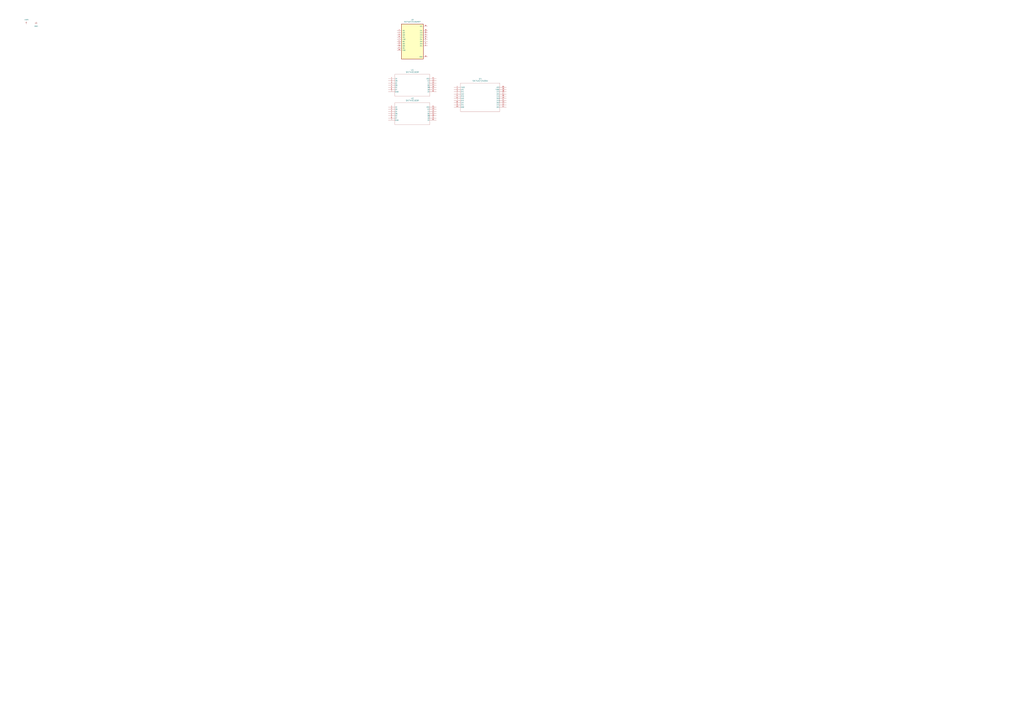
<source format=kicad_sch>
(kicad_sch (version 20250114) (generator "eeschema") (generator_version "9.0")
  (paper "A0")
  (title_block (title "8bit_reg wiring") (date "2025-09-10") (rev "v1") (comment 4 "Auther: Grace Zongo"))
  (lib_symbols
    (symbol "SN74ACT240DW:SN74ACT240DW" (pin_names (offset 0.254))
      (property "Reference" "U" (at 30.48 10.16 0))
      (property "Value" "SN74ACT240DW" (at 30.48 7.62 0))
      (symbol "SN74ACT240DW_0_1"
        (polyline (pts (xy 7.62 5.08) (xy 7.62 -27.94)) (stroke (width 0.127)))
        (polyline (pts (xy 7.62 -27.94) (xy 53.34 -27.94)) (stroke (width 0.127)))
        (polyline (pts (xy 53.34 5.08) (xy 7.62 5.08)) (stroke (width 0.127)))
        (polyline (pts (xy 53.34 -27.94) (xy 53.34 5.08)) (stroke (width 0.127)))
        (pin input line (at 0 0 0) (length 7.62) (name "*1OE") (number "1"))
        (pin input line (at 0 -2.54 0) (length 7.62) (name "1A1") (number "2"))
        (pin output line (at 0 -5.08 0) (length 7.62) (name "2Y4") (number "3"))
        (pin input line (at 0 -7.62 0) (length 7.62) (name "1A2") (number "4"))
        (pin output line (at 0 -10.16 0) (length 7.62) (name "2Y3") (number "5"))
        (pin input line (at 0 -12.7 0) (length 7.62) (name "1A3") (number "6"))
        (pin output line (at 0 -15.24 0) (length 7.62) (name "2Y2") (number "7"))
        (pin input line (at 0 -17.78 0) (length 7.62) (name "1A4") (number "8"))
        (pin output line (at 0 -20.32 0) (length 7.62) (name "2Y1") (number "9"))
        (pin power_in line (at 0 -22.86 0) (length 7.62) (name "GND") (number "10"))
        (pin power_in line (at 60.96 0 180) (length 7.62) (name "VCC") (number "20"))
        (pin input line (at 60.96 -2.54 180) (length 7.62) (name "*2OE") (number "19"))
        (pin output line (at 60.96 -5.08 180) (length 7.62) (name "1Y1") (number "18"))
        (pin input line (at 60.96 -7.62 180) (length 7.62) (name "2A4") (number "17"))
        (pin output line (at 60.96 -10.16 180) (length 7.62) (name "1Y2") (number "16"))
        (pin input line (at 60.96 -12.7 180) (length 7.62) (name "2A3") (number "15"))
        (pin output line (at 60.96 -15.24 180) (length 7.62) (name "1Y3") (number "14"))
        (pin input line (at 60.96 -17.78 180) (length 7.62) (name "2A2") (number "13"))
        (pin output line (at 60.96 -20.32 180) (length 7.62) (name "1Y4") (number "12"))
        (pin input line (at 60.96 -22.86 180) (length 7.62) (name "2A1") (number "11"))
      )
    )
    (symbol "SN74ACT244IDWREP:SN74ACT244IDWREP" (pin_names (offset 1.016))
      (property "Reference" "U" (at -12.7 21.32 0))
      (property "Value" "SN74ACT244IDWREP" (at -12.7 -24.32 0))
      (symbol "SN74ACT244IDWREP_0_0"
        (rectangle (start -12.7 -20.32) (end 12.7 20.32) (stroke (width 0.41)) (fill (type background)))
        (pin input line (at -17.78 12.7 0) (length 5.08) (name "1A1") (number "2"))
        (pin input line (at -17.78 10.16 0) (length 5.08) (name "1A2") (number "4"))
        (pin input line (at -17.78 7.62 0) (length 5.08) (name "1A3") (number "6"))
        (pin input line (at -17.78 5.08 0) (length 5.08) (name "1A4") (number "8"))
        (pin input line (at -17.78 2.54 0) (length 5.08) (name "1~OE") (number "1"))
        (pin input line (at -17.78 0 0) (length 5.08) (name "2A1") (number "11"))
        (pin input line (at -17.78 -2.54 0) (length 5.08) (name "2A2") (number "13"))
        (pin input line (at -17.78 -5.08 0) (length 5.08) (name "2A3") (number "15"))
        (pin input line (at -17.78 -7.62 0) (length 5.08) (name "2A4") (number "17"))
        (pin input line (at -17.78 -10.16 0) (length 5.08) (name "2~OE") (number "19"))
        (pin power_in line (at 17.78 17.78 180) (length 5.08) (name "VCC") (number "20"))
        (pin output line (at 17.78 12.7 180) (length 5.08) (name "1Y1") (number "18"))
        (pin output line (at 17.78 10.16 180) (length 5.08) (name "1Y2") (number "16"))
        (pin output line (at 17.78 7.62 180) (length 5.08) (name "1Y3") (number "14"))
        (pin output line (at 17.78 5.08 180) (length 5.08) (name "1Y4") (number "12"))
        (pin output line (at 17.78 2.54 180) (length 5.08) (name "2Y1") (number "9"))
        (pin output line (at 17.78 0 180) (length 5.08) (name "2Y2") (number "7"))
        (pin output line (at 17.78 -2.54 180) (length 5.08) (name "2Y3") (number "5"))
        (pin output line (at 17.78 -5.08 180) (length 5.08) (name "2Y4") (number "3"))
        (pin power_in line (at 17.78 -17.78 180) (length 5.08) (name "GND") (number "10"))
      )
    )
    (symbol "SN74HC10DR:SN74HC10DR" (pin_names (offset 0.254))
      (property "Reference" "U" (at 27.94 10.16 0))
      (property "Value" "SN74HC10DR" (at 27.94 7.62 0))
      (symbol "SN74HC10DR_0_1"
        (polyline (pts (xy 7.62 5.08) (xy 7.62 -20.32)) (stroke (width 0.127)))
        (polyline (pts (xy 7.62 -20.32) (xy 48.26 -20.32)) (stroke (width 0.127)))
        (polyline (pts (xy 48.26 5.08) (xy 7.62 5.08)) (stroke (width 0.127)))
        (polyline (pts (xy 48.26 -20.32) (xy 48.26 5.08)) (stroke (width 0.127)))
        (pin input line (at 0 0 0) (length 7.62) (name "1A") (number "1"))
        (pin input line (at 0 -2.54 0) (length 7.62) (name "1B") (number "2"))
        (pin input line (at 0 -5.08 0) (length 7.62) (name "2A") (number "3"))
        (pin input line (at 0 -7.62 0) (length 7.62) (name "2B") (number "4"))
        (pin input line (at 0 -10.16 0) (length 7.62) (name "2C") (number "5"))
        (pin output line (at 0 -12.7 0) (length 7.62) (name "2Y") (number "6"))
        (pin power_in line (at 0 -15.24 0) (length 7.62) (name "GND") (number "7"))
        (pin power_in line (at 55.88 0 180) (length 7.62) (name "VCC") (number "14"))
        (pin input line (at 55.88 -2.54 180) (length 7.62) (name "1C") (number "13"))
        (pin output line (at 55.88 -5.08 180) (length 7.62) (name "1Y") (number "12"))
        (pin input line (at 55.88 -7.62 180) (length 7.62) (name "3C") (number "11"))
        (pin input line (at 55.88 -10.16 180) (length 7.62) (name "3B") (number "10"))
        (pin input line (at 55.88 -12.7 180) (length 7.62) (name "3A") (number "9"))
        (pin output line (at 55.88 -15.24 180) (length 7.62) (name "3Y") (number "8"))
      )
    )
    (symbol "power:+5VA" (power) (pin_numbers (hide yes)) (pin_names (offset 0) (hide yes))
      (property "Value" "+5VA" (at 0 3.556 0))
      (symbol "+5VA_0_1"
        (polyline (pts (xy -0.762 1.27) (xy 0 2.54)))
        (polyline (pts (xy 0 2.54) (xy 0.762 1.27)))
        (polyline (pts (xy 0 0) (xy 0 2.54)))
      )
      (symbol "+5VA_1_1"
        (pin power_in line (at 0 0 90) (length 0) (name "~") (number "1"))
      )
    )
    (symbol "power:GND" (power) (pin_numbers (hide yes)) (pin_names (offset 0) (hide yes))
      (property "Value" "GND" (at 0 -3.81 0))
      (symbol "GND_0_1"
        (polyline (pts (xy 0 0) (xy 0 -1.27) (xy 1.27 -1.27) (xy 0 -2.54) (xy -1.27 -1.27) (xy 0 -1.27)))
      )
      (symbol "GND_1_1"
        (pin power_in line (at 0 0 270) (length 0) (name "~") (number "1"))
      )
    )
  )
  (symbol (lib_id "SN74HC10DR:SN74HC10DR") (at 450.85 124.46 0) (unit 1)
    (property "Reference" "U2" (at 478.79 114.3 0) (effects (font (size 1.524 1.524))))
    (property "Value" "SN74HC10DR" (at 478.79 116.84 0) (effects (font (size 1.524 1.524))))
    (property "Footprint" "8bit_cpu_library:D14" (effects (hide yes)))
    (property "Datasheet" "https://www.ti.com/lit/gpn/sn74hc10" (effects (hide yes)))
  )
  (symbol (lib_id "power:GND") (at 41.91 25.4 0) (unit 1)
    (property "Reference" "#PWR02" (effects (hide yes)))
    (property "Value" "GND" (at 41.91 30.48 0))
    (property "Description" "Power symbol creates a global label with name \"GND\" , ground" (effects (hide yes)))
  )
  (symbol (lib_id "SN74ACT240DW:SN74ACT240DW") (at 527.05 101.6 0) (unit 1)
    (property "Reference" "U4" (at 557.53 91.44 0) (effects (font (size 1.524 1.524))))
    (property "Value" "SN74ACT240DW" (at 557.53 93.98 0) (effects (font (size 1.524 1.524))))
    (property "Footprint" "8bit_cpu_library:DW20" (effects (hide yes)))
    (property "Datasheet" "https://www.ti.com/lit/gpn/sn74act240" (effects (hide yes)))
  )
  (symbol (lib_id "SN74ACT244IDWREP:SN74ACT244IDWREP") (at 478.79 48.26 0) (unit 1)
    (property "Reference" "U3" (at 478.79 22.86 0))
    (property "Value" "SN74ACT244IDWREP" (at 478.79 25.4 0))
    (property "Footprint" "SN74ACT244IDWREP:SOIC127P1030X265-20N" (effects (hide yes)))
  )
  (symbol (lib_id "power:+5VA") (at 30.48 27.94 0) (unit 1)
    (property "Reference" "#PWR01" (effects (hide yes)))
    (property "Value" "+5VA" (at 30.48 22.86 0))
    (property "Description" "Power symbol creates a global label with name \"+5VA\"" (effects (hide yes)))
  )
  (symbol (lib_id "SN74HC10DR:SN74HC10DR") (at 450.85 91.44 0) (unit 1)
    (property "Reference" "U1" (at 478.79 81.28 0) (effects (font (size 1.524 1.524))))
    (property "Value" "SN74HC10DR" (at 478.79 83.82 0) (effects (font (size 1.524 1.524))))
    (property "Footprint" "8bit_cpu_library:D14" (effects (hide yes)))
    (property "Datasheet" "https://www.ti.com/lit/gpn/sn74hc10" (effects (hide yes)))
  )
)
</source>
